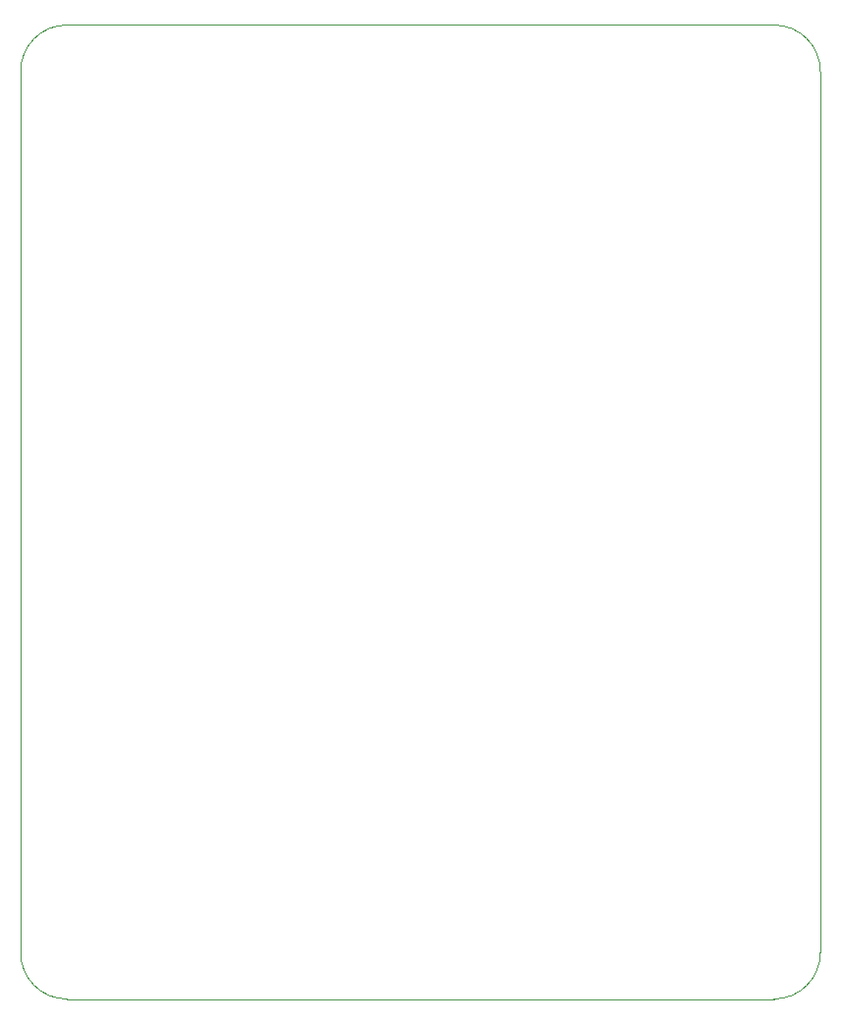
<source format=gm1>
%TF.GenerationSoftware,KiCad,Pcbnew,(6.0.11)*%
%TF.CreationDate,2023-03-05T15:16:25+01:00*%
%TF.ProjectId,OBSPro,4f425350-726f-42e6-9b69-6361645f7063,rev?*%
%TF.SameCoordinates,PX7270e00PY2255100*%
%TF.FileFunction,Profile,NP*%
%FSLAX46Y46*%
G04 Gerber Fmt 4.6, Leading zero omitted, Abs format (unit mm)*
G04 Created by KiCad (PCBNEW (6.0.11)) date 2023-03-05 15:16:25*
%MOMM*%
%LPD*%
G01*
G04 APERTURE LIST*
%TA.AperFunction,Profile*%
%ADD10C,0.100000*%
%TD*%
G04 APERTURE END LIST*
D10*
X69000000Y-4000000D02*
G75*
G03*
X65000000Y0I-4000000J0D01*
G01*
X65000000Y-84000000D02*
G75*
G03*
X69000000Y-80000000I0J4000000D01*
G01*
X69000000Y-4000000D02*
X69000000Y-80000000D01*
X65000000Y-84000000D02*
X4000000Y-84000000D01*
X4000000Y0D02*
X65000000Y0D01*
X4000000Y0D02*
G75*
G03*
X0Y-4000000I0J-4000000D01*
G01*
X0Y-80000000D02*
X0Y-4000000D01*
X0Y-80000000D02*
G75*
G03*
X4000000Y-84000000I4000000J0D01*
G01*
M02*

</source>
